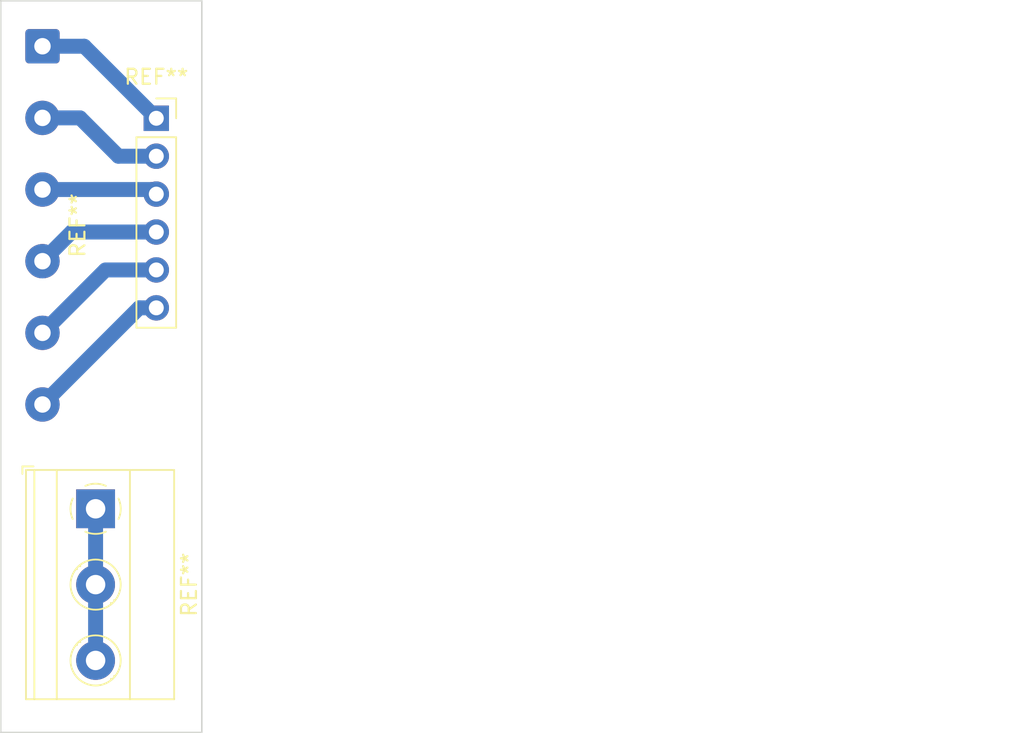
<source format=kicad_pcb>
(kicad_pcb (version 20221018) (generator pcbnew)
  (layers (0 "F.Cu" signal) (31 "B.Cu" signal) (34 "B.Paste" user) (35 "F.Paste" user) (36 "B.SilkS" user "B.Silkscreen") (37 "F.SilkS" user "F.Silkscreen") (38 "B.Mask" user) (39 "F.Mask" user) (44 "Edge.Cuts" user))
  (net 0 "")
  (footprint "Connector_PinSocket_2.54mm:PinSocket_1x06_P2.54mm_Vertical" (layer "F.Cu") (at 118.11 55.118)
    (fp_text reference "REF**" (at 0 -2.77) (layer "F.SilkS"))
    (fp_text value "PinSocket_1x06_P2.54mm_Vertical")
    (fp_line (start -1.33 1.27) (end -1.33 14.03) (stroke (width 0.12)) (layer "F.SilkS"))
    (fp_line (start -1.33 1.27) (end 1.33 1.27) (stroke (width 0.12)) (layer "F.SilkS"))
    (fp_line (start -1.33 14.03) (end 1.33 14.03) (stroke (width 0.12)) (layer "F.SilkS"))
    (fp_line (start 0 -1.33) (end 1.33 -1.33) (stroke (width 0.12)) (layer "F.SilkS"))
    (fp_line (start 1.33 -1.33) (end 1.33 0) (stroke (width 0.12)) (layer "F.SilkS"))
    (fp_line (start 1.33 1.27) (end 1.33 14.03) (stroke (width 0.12)) (layer "F.SilkS"))
    (pad "1" thru_hole rect (at 0 0) (size 1.7 1.7) (drill 1) (layers "*.Cu" "*.Mask"))
    (pad "2" thru_hole oval (at 0 2.54) (size 1.7 1.7) (drill 1) (layers "*.Cu" "*.Mask"))
    (pad "3" thru_hole oval (at 0 5.08) (size 1.7 1.7) (drill 1) (layers "*.Cu" "*.Mask"))
    (pad "4" thru_hole oval (at 0 7.62) (size 1.7 1.7) (drill 1) (layers "*.Cu" "*.Mask"))
    (pad "5" thru_hole oval (at 0 10.16) (size 1.7 1.7) (drill 1) (layers "*.Cu" "*.Mask"))
    (pad "6" thru_hole oval (at 0 12.7) (size 1.7 1.7) (drill 1) (layers "*.Cu" "*.Mask"))
  )
  (footprint "TerminalBlock_Phoenix:TerminalBlock_Phoenix_MKDS-1,5-3-5.08_1x03_P5.08mm_Horizontal" (layer "F.Cu") (at 114.046 81.28 -90)
    (fp_text reference "REF**" (at 5.08 -6.26 90) (layer "F.SilkS"))
    (fp_text value "TerminalBlock_Phoenix_MKDS-1,5-3-5.08_1x03_P5.08mm_Horizontal")
    (fp_line (start -2.84 4.16) (end -2.84 4.9) (stroke (width 0.12)) (layer "F.SilkS"))
    (fp_line (start -2.84 4.9) (end -2.34 4.9) (stroke (width 0.12)) (layer "F.SilkS"))
    (fp_line (start -2.6 -5.261) (end -2.6 4.66) (stroke (width 0.12)) (layer "F.SilkS"))
    (fp_line (start -2.6 -5.261) (end 12.76 -5.261) (stroke (width 0.12)) (layer "F.SilkS"))
    (fp_line (start -2.6 -2.301) (end 12.76 -2.301) (stroke (width 0.12)) (layer "F.SilkS"))
    (fp_line (start -2.6 2.6) (end 12.76 2.6) (stroke (width 0.12)) (layer "F.SilkS"))
    (fp_line (start -2.6 4.1) (end 12.76 4.1) (stroke (width 0.12)) (layer "F.SilkS"))
    (fp_line (start -2.6 4.66) (end 12.76 4.66) (stroke (width 0.12)) (layer "F.SilkS"))
    (fp_line (start 3.853 1.023) (end 3.806 1.069) (stroke (width 0.12)) (layer "F.SilkS"))
    (fp_line (start 4.046 1.239) (end 4.011 1.274) (stroke (width 0.12)) (layer "F.SilkS"))
    (fp_line (start 6.15 -1.275) (end 6.115 -1.239) (stroke (width 0.12)) (layer "F.SilkS"))
    (fp_line (start 6.355 -1.069) (end 6.308 -1.023) (stroke (width 0.12)) (layer "F.SilkS"))
    (fp_line (start 8.933 1.023) (end 8.886 1.069) (stroke (width 0.12)) (layer "F.SilkS"))
    (fp_line (start 9.126 1.239) (end 9.091 1.274) (stroke (width 0.12)) (layer "F.SilkS"))
    (fp_line (start 11.23 -1.275) (end 11.195 -1.239) (stroke (width 0.12)) (layer "F.SilkS"))
    (fp_line (start 11.435 -1.069) (end 11.388 -1.023) (stroke (width 0.12)) (layer "F.SilkS"))
    (fp_line (start 12.76 -5.261) (end 12.76 4.66) (stroke (width 0.12)) (layer "F.SilkS"))
    (fp_arc (start -1.535427 0.683042) (mid -1.680501 -0.000524) (end -1.535 -0.684) (stroke (width 0.12)) (layer "F.SilkS"))
    (fp_arc (start -0.683042 -1.535427) (mid 0.000524 -1.680501) (end 0.684 -1.535) (stroke (width 0.12)) (layer "F.SilkS"))
    (fp_arc (start 0.028805 1.680253) (mid -0.335551 1.646659) (end -0.684 1.535) (stroke (width 0.12)) (layer "F.SilkS"))
    (fp_arc (start 0.683318 1.534756) (mid 0.349292 1.643288) (end 0 1.68) (stroke (width 0.12)) (layer "F.SilkS"))
    (fp_arc (start 1.535427 -0.683042) (mid 1.680501 0.000524) (end 1.535 0.684) (stroke (width 0.12)) (layer "F.SilkS"))
    (fp_circle (center 5.08 0) (end 6.76 0) (stroke (width 0.12)) (fill none) (layer "F.SilkS"))
    (fp_circle (center 10.16 0) (end 11.84 0) (stroke (width 0.12)) (fill none) (layer "F.SilkS"))
    (pad "1" thru_hole rect (at 0 0 270) (size 2.6 2.6) (drill 1.3) (layers "*.Cu" "*.Mask"))
    (pad "2" thru_hole circle (at 5.08 0 270) (size 2.6 2.6) (drill 1.3) (layers "*.Cu" "*.Mask"))
    (pad "3" thru_hole circle (at 10.16 0 270) (size 2.6 2.6) (drill 1.3) (layers "*.Cu" "*.Mask"))
  )
  (footprint "Connector_Wire:SolderWire-0.5sqmm_1x06_P4.8mm_D0.9mm_OD2.3mm" (layer "F.Cu") (at 110.49 50.292 -90)
    (fp_text reference "REF**" (at 12 -2.35 90) (layer "F.SilkS"))
    (fp_text value "SolderWire-0.5sqmm_1x06_P4.8mm_D0.9mm_OD2.3mm")
    (pad "1" thru_hole roundrect (at 0 0 270) (size 2.3 2.3) (drill 1.1) (layers "*.Cu" "*.Mask") (roundrect_rratio 0.108696087))
    (pad "2" thru_hole circle (at 4.8 0 270) (size 2.3 2.3) (drill 1.1) (layers "*.Cu" "*.Mask"))
    (pad "3" thru_hole circle (at 9.6 0 270) (size 2.3 2.3) (drill 1.1) (layers "*.Cu" "*.Mask"))
    (pad "4" thru_hole circle (at 14.4 0 270) (size 2.3 2.3) (drill 1.1) (layers "*.Cu" "*.Mask"))
    (pad "5" thru_hole circle (at 19.2 0 270) (size 2.3 2.3) (drill 1.1) (layers "*.Cu" "*.Mask"))
    (pad "6" thru_hole circle (at 24 0 270) (size 2.3 2.3) (drill 1.1) (layers "*.Cu" "*.Mask"))
  )
  (gr_rect (start 107.696 47.244) (end 121.158 96.266) (stroke (width 0.1)) (fill none) (layer "Edge.Cuts"))
  (segment (start 117.804 59.892) (end 118.11 60.198) (width 1) (layer "F.Cu") (net 0))
  (segment (start 110.49 59.892) (end 117.804 59.892) (width 1) (layer "B.Cu") (net 0))
  (segment (start 118.11 65.278) (end 114.704 65.278) (width 1) (layer "B.Cu") (net 0))
  (segment (start 114.046 81.28) (end 114.046 91.44) (width 1) (layer "B.Cu") (net 0))
  (segment (start 112.444 62.738) (end 110.49 64.692) (width 1) (layer "B.Cu") (net 0))
  (segment (start 110.49 69.492) (end 114.629 65.353) (width 1) (layer "B.Cu") (net 0))
  (segment (start 110.49 55.092) (end 113.004 55.092) (width 1) (layer "B.Cu") (net 0))
  (segment (start 110.49 50.292) (end 113.284 50.292) (width 1) (layer "B.Cu") (net 0))
  (segment (start 116.964 67.818) (end 118.11 67.818) (width 1) (layer "B.Cu") (net 0))
  (segment (start 118.11 62.738) (end 112.444 62.738) (width 1) (layer "B.Cu") (net 0))
  (segment (start 110.49 74.292) (end 116.964 67.818) (width 1) (layer "B.Cu") (net 0))
  (segment (start 113.284 50.292) (end 118.11 55.118) (width 1) (layer "B.Cu") (net 0))
  (segment (start 113.004 55.092) (end 115.57 57.658) (width 1) (layer "B.Cu") (net 0))
  (segment (start 115.57 57.658) (end 118.11 57.658) (width 1) (layer "B.Cu") (net 0))
)
</source>
